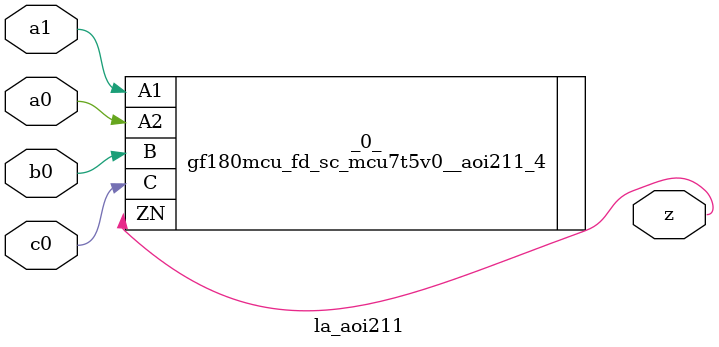
<source format=v>

/* Generated by Yosys 0.44 (git sha1 80ba43d26, g++ 11.4.0-1ubuntu1~22.04 -fPIC -O3) */

(* top =  1  *)
(* src = "generated" *)
(* keep_hierarchy *)
module la_aoi211 (
    a0,
    a1,
    b0,
    c0,
    z
);
  (* src = "generated" *)
  input a0;
  wire a0;
  (* src = "generated" *)
  input a1;
  wire a1;
  (* src = "generated" *)
  input b0;
  wire b0;
  (* src = "generated" *)
  input c0;
  wire c0;
  (* src = "generated" *)
  output z;
  wire z;
  gf180mcu_fd_sc_mcu7t5v0__aoi211_4 _0_ (
      .A1(a1),
      .A2(a0),
      .B (b0),
      .C (c0),
      .ZN(z)
  );
endmodule

</source>
